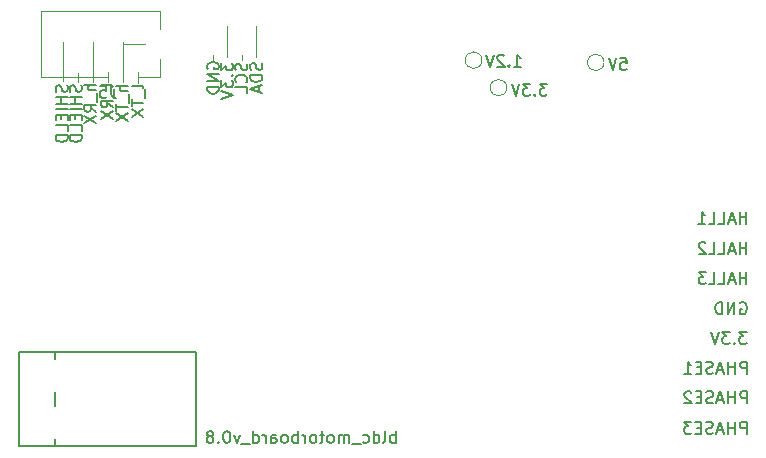
<source format=gbr>
G04 #@! TF.GenerationSoftware,KiCad,Pcbnew,5.1.5-52549c5~84~ubuntu18.04.1*
G04 #@! TF.CreationDate,2020-04-20T12:22:35+02:00*
G04 #@! TF.ProjectId,board,626f6172-642e-46b6-9963-61645f706362,rev?*
G04 #@! TF.SameCoordinates,Original*
G04 #@! TF.FileFunction,Legend,Bot*
G04 #@! TF.FilePolarity,Positive*
%FSLAX46Y46*%
G04 Gerber Fmt 4.6, Leading zero omitted, Abs format (unit mm)*
G04 Created by KiCad (PCBNEW 5.1.5-52549c5~84~ubuntu18.04.1) date 2020-04-20 12:22:35*
%MOMM*%
%LPD*%
G04 APERTURE LIST*
%ADD10C,0.150000*%
%ADD11C,0.120000*%
G04 APERTURE END LIST*
D10*
X98383961Y-108116138D02*
X98431580Y-108258995D01*
X98431580Y-108497090D01*
X98383961Y-108592328D01*
X98336342Y-108639947D01*
X98241104Y-108687566D01*
X98145866Y-108687566D01*
X98050628Y-108639947D01*
X98003009Y-108592328D01*
X97955390Y-108497090D01*
X97907771Y-108306614D01*
X97860152Y-108211376D01*
X97812533Y-108163757D01*
X97717295Y-108116138D01*
X97622057Y-108116138D01*
X97526819Y-108163757D01*
X97479200Y-108211376D01*
X97431580Y-108306614D01*
X97431580Y-108544709D01*
X97479200Y-108687566D01*
X98431580Y-109116138D02*
X97431580Y-109116138D01*
X97907771Y-109116138D02*
X97907771Y-109687566D01*
X98431580Y-109687566D02*
X97431580Y-109687566D01*
X98431580Y-110163757D02*
X97431580Y-110163757D01*
X97907771Y-110639947D02*
X97907771Y-110973280D01*
X98431580Y-111116138D02*
X98431580Y-110639947D01*
X97431580Y-110639947D01*
X97431580Y-111116138D01*
X98431580Y-112020900D02*
X98431580Y-111544709D01*
X97431580Y-111544709D01*
X98431580Y-112354233D02*
X97431580Y-112354233D01*
X97431580Y-112592328D01*
X97479200Y-112735185D01*
X97574438Y-112830423D01*
X97669676Y-112878042D01*
X97860152Y-112925661D01*
X98003009Y-112925661D01*
X98193485Y-112878042D01*
X98288723Y-112830423D01*
X98383961Y-112735185D01*
X98431580Y-112592328D01*
X98431580Y-112354233D01*
X154738347Y-137643280D02*
X154738347Y-136643280D01*
X154357395Y-136643280D01*
X154262157Y-136690900D01*
X154214538Y-136738519D01*
X154166919Y-136833757D01*
X154166919Y-136976614D01*
X154214538Y-137071852D01*
X154262157Y-137119471D01*
X154357395Y-137167090D01*
X154738347Y-137167090D01*
X153738347Y-137643280D02*
X153738347Y-136643280D01*
X153738347Y-137119471D02*
X153166919Y-137119471D01*
X153166919Y-137643280D02*
X153166919Y-136643280D01*
X152738347Y-137357566D02*
X152262157Y-137357566D01*
X152833585Y-137643280D02*
X152500252Y-136643280D01*
X152166919Y-137643280D01*
X151881204Y-137595661D02*
X151738347Y-137643280D01*
X151500252Y-137643280D01*
X151405014Y-137595661D01*
X151357395Y-137548042D01*
X151309776Y-137452804D01*
X151309776Y-137357566D01*
X151357395Y-137262328D01*
X151405014Y-137214709D01*
X151500252Y-137167090D01*
X151690728Y-137119471D01*
X151785966Y-137071852D01*
X151833585Y-137024233D01*
X151881204Y-136928995D01*
X151881204Y-136833757D01*
X151833585Y-136738519D01*
X151785966Y-136690900D01*
X151690728Y-136643280D01*
X151452633Y-136643280D01*
X151309776Y-136690900D01*
X150881204Y-137119471D02*
X150547871Y-137119471D01*
X150405014Y-137643280D02*
X150881204Y-137643280D01*
X150881204Y-136643280D01*
X150405014Y-136643280D01*
X150071680Y-136643280D02*
X149452633Y-136643280D01*
X149785966Y-137024233D01*
X149643109Y-137024233D01*
X149547871Y-137071852D01*
X149500252Y-137119471D01*
X149452633Y-137214709D01*
X149452633Y-137452804D01*
X149500252Y-137548042D01*
X149547871Y-137595661D01*
X149643109Y-137643280D01*
X149928823Y-137643280D01*
X150024061Y-137595661D01*
X150071680Y-137548042D01*
X154763747Y-135065180D02*
X154763747Y-134065180D01*
X154382795Y-134065180D01*
X154287557Y-134112800D01*
X154239938Y-134160419D01*
X154192319Y-134255657D01*
X154192319Y-134398514D01*
X154239938Y-134493752D01*
X154287557Y-134541371D01*
X154382795Y-134588990D01*
X154763747Y-134588990D01*
X153763747Y-135065180D02*
X153763747Y-134065180D01*
X153763747Y-134541371D02*
X153192319Y-134541371D01*
X153192319Y-135065180D02*
X153192319Y-134065180D01*
X152763747Y-134779466D02*
X152287557Y-134779466D01*
X152858985Y-135065180D02*
X152525652Y-134065180D01*
X152192319Y-135065180D01*
X151906604Y-135017561D02*
X151763747Y-135065180D01*
X151525652Y-135065180D01*
X151430414Y-135017561D01*
X151382795Y-134969942D01*
X151335176Y-134874704D01*
X151335176Y-134779466D01*
X151382795Y-134684228D01*
X151430414Y-134636609D01*
X151525652Y-134588990D01*
X151716128Y-134541371D01*
X151811366Y-134493752D01*
X151858985Y-134446133D01*
X151906604Y-134350895D01*
X151906604Y-134255657D01*
X151858985Y-134160419D01*
X151811366Y-134112800D01*
X151716128Y-134065180D01*
X151478033Y-134065180D01*
X151335176Y-134112800D01*
X150906604Y-134541371D02*
X150573271Y-134541371D01*
X150430414Y-135065180D02*
X150906604Y-135065180D01*
X150906604Y-134065180D01*
X150430414Y-134065180D01*
X150049461Y-134160419D02*
X150001842Y-134112800D01*
X149906604Y-134065180D01*
X149668509Y-134065180D01*
X149573271Y-134112800D01*
X149525652Y-134160419D01*
X149478033Y-134255657D01*
X149478033Y-134350895D01*
X149525652Y-134493752D01*
X150097080Y-135065180D01*
X149478033Y-135065180D01*
X154751047Y-132550580D02*
X154751047Y-131550580D01*
X154370095Y-131550580D01*
X154274857Y-131598200D01*
X154227238Y-131645819D01*
X154179619Y-131741057D01*
X154179619Y-131883914D01*
X154227238Y-131979152D01*
X154274857Y-132026771D01*
X154370095Y-132074390D01*
X154751047Y-132074390D01*
X153751047Y-132550580D02*
X153751047Y-131550580D01*
X153751047Y-132026771D02*
X153179619Y-132026771D01*
X153179619Y-132550580D02*
X153179619Y-131550580D01*
X152751047Y-132264866D02*
X152274857Y-132264866D01*
X152846285Y-132550580D02*
X152512952Y-131550580D01*
X152179619Y-132550580D01*
X151893904Y-132502961D02*
X151751047Y-132550580D01*
X151512952Y-132550580D01*
X151417714Y-132502961D01*
X151370095Y-132455342D01*
X151322476Y-132360104D01*
X151322476Y-132264866D01*
X151370095Y-132169628D01*
X151417714Y-132122009D01*
X151512952Y-132074390D01*
X151703428Y-132026771D01*
X151798666Y-131979152D01*
X151846285Y-131931533D01*
X151893904Y-131836295D01*
X151893904Y-131741057D01*
X151846285Y-131645819D01*
X151798666Y-131598200D01*
X151703428Y-131550580D01*
X151465333Y-131550580D01*
X151322476Y-131598200D01*
X150893904Y-132026771D02*
X150560571Y-132026771D01*
X150417714Y-132550580D02*
X150893904Y-132550580D01*
X150893904Y-131550580D01*
X150417714Y-131550580D01*
X149465333Y-132550580D02*
X150036761Y-132550580D01*
X149751047Y-132550580D02*
X149751047Y-131550580D01*
X149846285Y-131693438D01*
X149941523Y-131788676D01*
X150036761Y-131836295D01*
X154738490Y-129023280D02*
X154119442Y-129023280D01*
X154452776Y-129404233D01*
X154309919Y-129404233D01*
X154214680Y-129451852D01*
X154167061Y-129499471D01*
X154119442Y-129594709D01*
X154119442Y-129832804D01*
X154167061Y-129928042D01*
X154214680Y-129975661D01*
X154309919Y-130023280D01*
X154595633Y-130023280D01*
X154690871Y-129975661D01*
X154738490Y-129928042D01*
X153690871Y-129928042D02*
X153643252Y-129975661D01*
X153690871Y-130023280D01*
X153738490Y-129975661D01*
X153690871Y-129928042D01*
X153690871Y-130023280D01*
X153309919Y-129023280D02*
X152690871Y-129023280D01*
X153024204Y-129404233D01*
X152881347Y-129404233D01*
X152786109Y-129451852D01*
X152738490Y-129499471D01*
X152690871Y-129594709D01*
X152690871Y-129832804D01*
X152738490Y-129928042D01*
X152786109Y-129975661D01*
X152881347Y-130023280D01*
X153167061Y-130023280D01*
X153262300Y-129975661D01*
X153309919Y-129928042D01*
X152405157Y-129023280D02*
X152071823Y-130023280D01*
X151738490Y-129023280D01*
X154189304Y-126569000D02*
X154284542Y-126521380D01*
X154427400Y-126521380D01*
X154570257Y-126569000D01*
X154665495Y-126664238D01*
X154713114Y-126759476D01*
X154760733Y-126949952D01*
X154760733Y-127092809D01*
X154713114Y-127283285D01*
X154665495Y-127378523D01*
X154570257Y-127473761D01*
X154427400Y-127521380D01*
X154332161Y-127521380D01*
X154189304Y-127473761D01*
X154141685Y-127426142D01*
X154141685Y-127092809D01*
X154332161Y-127092809D01*
X153713114Y-127521380D02*
X153713114Y-126521380D01*
X153141685Y-127521380D01*
X153141685Y-126521380D01*
X152665495Y-127521380D02*
X152665495Y-126521380D01*
X152427400Y-126521380D01*
X152284542Y-126569000D01*
X152189304Y-126664238D01*
X152141685Y-126759476D01*
X152094066Y-126949952D01*
X152094066Y-127092809D01*
X152141685Y-127283285D01*
X152189304Y-127378523D01*
X152284542Y-127473761D01*
X152427400Y-127521380D01*
X152665495Y-127521380D01*
X154728900Y-124955980D02*
X154728900Y-123955980D01*
X154728900Y-124432171D02*
X154157471Y-124432171D01*
X154157471Y-124955980D02*
X154157471Y-123955980D01*
X153728900Y-124670266D02*
X153252709Y-124670266D01*
X153824138Y-124955980D02*
X153490804Y-123955980D01*
X153157471Y-124955980D01*
X152347947Y-124955980D02*
X152824138Y-124955980D01*
X152824138Y-123955980D01*
X151538423Y-124955980D02*
X152014614Y-124955980D01*
X152014614Y-123955980D01*
X151300328Y-123955980D02*
X150681280Y-123955980D01*
X151014614Y-124336933D01*
X150871757Y-124336933D01*
X150776519Y-124384552D01*
X150728900Y-124432171D01*
X150681280Y-124527409D01*
X150681280Y-124765504D01*
X150728900Y-124860742D01*
X150776519Y-124908361D01*
X150871757Y-124955980D01*
X151157471Y-124955980D01*
X151252709Y-124908361D01*
X151300328Y-124860742D01*
X154728900Y-122428680D02*
X154728900Y-121428680D01*
X154728900Y-121904871D02*
X154157471Y-121904871D01*
X154157471Y-122428680D02*
X154157471Y-121428680D01*
X153728900Y-122142966D02*
X153252709Y-122142966D01*
X153824138Y-122428680D02*
X153490804Y-121428680D01*
X153157471Y-122428680D01*
X152347947Y-122428680D02*
X152824138Y-122428680D01*
X152824138Y-121428680D01*
X151538423Y-122428680D02*
X152014614Y-122428680D01*
X152014614Y-121428680D01*
X151252709Y-121523919D02*
X151205090Y-121476300D01*
X151109852Y-121428680D01*
X150871757Y-121428680D01*
X150776519Y-121476300D01*
X150728900Y-121523919D01*
X150681280Y-121619157D01*
X150681280Y-121714395D01*
X150728900Y-121857252D01*
X151300328Y-122428680D01*
X150681280Y-122428680D01*
X154716200Y-119850580D02*
X154716200Y-118850580D01*
X154716200Y-119326771D02*
X154144771Y-119326771D01*
X154144771Y-119850580D02*
X154144771Y-118850580D01*
X153716200Y-119564866D02*
X153240009Y-119564866D01*
X153811438Y-119850580D02*
X153478104Y-118850580D01*
X153144771Y-119850580D01*
X152335247Y-119850580D02*
X152811438Y-119850580D01*
X152811438Y-118850580D01*
X151525723Y-119850580D02*
X152001914Y-119850580D01*
X152001914Y-118850580D01*
X150668580Y-119850580D02*
X151240009Y-119850580D01*
X150954295Y-119850580D02*
X150954295Y-118850580D01*
X151049533Y-118993438D01*
X151144771Y-119088676D01*
X151240009Y-119136295D01*
D11*
X103237000Y-107041100D02*
X103237000Y-107917400D01*
X101916200Y-104501100D02*
X101916200Y-107879300D01*
X100697000Y-107041100D02*
X100697000Y-107879300D01*
X99427000Y-104475700D02*
X99427000Y-107841200D01*
X98131600Y-107066500D02*
X98131600Y-107853900D01*
X96861600Y-104501100D02*
X96861600Y-107815800D01*
D10*
X97202861Y-108116138D02*
X97250480Y-108258995D01*
X97250480Y-108497090D01*
X97202861Y-108592328D01*
X97155242Y-108639947D01*
X97060004Y-108687566D01*
X96964766Y-108687566D01*
X96869528Y-108639947D01*
X96821909Y-108592328D01*
X96774290Y-108497090D01*
X96726671Y-108306614D01*
X96679052Y-108211376D01*
X96631433Y-108163757D01*
X96536195Y-108116138D01*
X96440957Y-108116138D01*
X96345719Y-108163757D01*
X96298100Y-108211376D01*
X96250480Y-108306614D01*
X96250480Y-108544709D01*
X96298100Y-108687566D01*
X97250480Y-109116138D02*
X96250480Y-109116138D01*
X96726671Y-109116138D02*
X96726671Y-109687566D01*
X97250480Y-109687566D02*
X96250480Y-109687566D01*
X97250480Y-110163757D02*
X96250480Y-110163757D01*
X96726671Y-110639947D02*
X96726671Y-110973280D01*
X97250480Y-111116138D02*
X97250480Y-110639947D01*
X96250480Y-110639947D01*
X96250480Y-111116138D01*
X97250480Y-112020900D02*
X97250480Y-111544709D01*
X96250480Y-111544709D01*
X97250480Y-112354233D02*
X96250480Y-112354233D01*
X96250480Y-112592328D01*
X96298100Y-112735185D01*
X96393338Y-112830423D01*
X96488576Y-112878042D01*
X96679052Y-112925661D01*
X96821909Y-112925661D01*
X97012385Y-112878042D01*
X97107623Y-112830423D01*
X97202861Y-112735185D01*
X97250480Y-112592328D01*
X97250480Y-112354233D01*
X103676680Y-108335052D02*
X103629061Y-108239814D01*
X103533823Y-108192195D01*
X102676680Y-108192195D01*
X103771919Y-108477909D02*
X103771919Y-109239814D01*
X102676680Y-109335052D02*
X102676680Y-109906480D01*
X103676680Y-109620766D02*
X102676680Y-109620766D01*
X102676680Y-110144576D02*
X103676680Y-110811242D01*
X102676680Y-110811242D02*
X103676680Y-110144576D01*
X102330480Y-108192219D02*
X101330480Y-108192219D01*
X102330480Y-108620790D02*
X101806671Y-108620790D01*
X101711433Y-108573171D01*
X101663814Y-108477933D01*
X101663814Y-108335076D01*
X101711433Y-108239838D01*
X101759052Y-108192219D01*
X102425719Y-108858885D02*
X102425719Y-109620790D01*
X101330480Y-109716028D02*
X101330480Y-110287457D01*
X102330480Y-110001742D02*
X101330480Y-110001742D01*
X101330480Y-110525552D02*
X102330480Y-111192219D01*
X101330480Y-111192219D02*
X102330480Y-110525552D01*
X101085880Y-108292204D02*
X101038261Y-108196966D01*
X100943023Y-108149347D01*
X100085880Y-108149347D01*
X101181119Y-108435061D02*
X101181119Y-109196966D01*
X101085880Y-110006490D02*
X100609690Y-109673157D01*
X101085880Y-109435061D02*
X100085880Y-109435061D01*
X100085880Y-109816014D01*
X100133500Y-109911252D01*
X100181119Y-109958871D01*
X100276357Y-110006490D01*
X100419214Y-110006490D01*
X100514452Y-109958871D01*
X100562071Y-109911252D01*
X100609690Y-109816014D01*
X100609690Y-109435061D01*
X100085880Y-110339823D02*
X101085880Y-111006490D01*
X100085880Y-111006490D02*
X101085880Y-110339823D01*
X99676180Y-108136671D02*
X98676180Y-108136671D01*
X99676180Y-108565242D02*
X99152371Y-108565242D01*
X99057133Y-108517623D01*
X99009514Y-108422385D01*
X99009514Y-108279528D01*
X99057133Y-108184290D01*
X99104752Y-108136671D01*
X99771419Y-108803338D02*
X99771419Y-109565242D01*
X99676180Y-110374766D02*
X99199990Y-110041433D01*
X99676180Y-109803338D02*
X98676180Y-109803338D01*
X98676180Y-110184290D01*
X98723800Y-110279528D01*
X98771419Y-110327147D01*
X98866657Y-110374766D01*
X99009514Y-110374766D01*
X99104752Y-110327147D01*
X99152371Y-110279528D01*
X99199990Y-110184290D01*
X99199990Y-109803338D01*
X98676180Y-110708100D02*
X99676180Y-111374766D01*
X98676180Y-111374766D02*
X99676180Y-110708100D01*
D11*
X109540000Y-106020000D02*
X109540000Y-105620000D01*
X110790000Y-105790000D02*
X110790000Y-103110000D01*
X111990000Y-106020000D02*
X111990000Y-105620000D01*
X113240000Y-105790000D02*
X113240000Y-103110000D01*
D10*
X113674761Y-106275714D02*
X113722380Y-106418571D01*
X113722380Y-106656666D01*
X113674761Y-106751904D01*
X113627142Y-106799523D01*
X113531904Y-106847142D01*
X113436666Y-106847142D01*
X113341428Y-106799523D01*
X113293809Y-106751904D01*
X113246190Y-106656666D01*
X113198571Y-106466190D01*
X113150952Y-106370952D01*
X113103333Y-106323333D01*
X113008095Y-106275714D01*
X112912857Y-106275714D01*
X112817619Y-106323333D01*
X112770000Y-106370952D01*
X112722380Y-106466190D01*
X112722380Y-106704285D01*
X112770000Y-106847142D01*
X113722380Y-107275714D02*
X112722380Y-107275714D01*
X112722380Y-107513809D01*
X112770000Y-107656666D01*
X112865238Y-107751904D01*
X112960476Y-107799523D01*
X113150952Y-107847142D01*
X113293809Y-107847142D01*
X113484285Y-107799523D01*
X113579523Y-107751904D01*
X113674761Y-107656666D01*
X113722380Y-107513809D01*
X113722380Y-107275714D01*
X113436666Y-108228095D02*
X113436666Y-108704285D01*
X113722380Y-108132857D02*
X112722380Y-108466190D01*
X113722380Y-108799523D01*
X112404761Y-106299523D02*
X112452380Y-106442380D01*
X112452380Y-106680476D01*
X112404761Y-106775714D01*
X112357142Y-106823333D01*
X112261904Y-106870952D01*
X112166666Y-106870952D01*
X112071428Y-106823333D01*
X112023809Y-106775714D01*
X111976190Y-106680476D01*
X111928571Y-106490000D01*
X111880952Y-106394761D01*
X111833333Y-106347142D01*
X111738095Y-106299523D01*
X111642857Y-106299523D01*
X111547619Y-106347142D01*
X111500000Y-106394761D01*
X111452380Y-106490000D01*
X111452380Y-106728095D01*
X111500000Y-106870952D01*
X112357142Y-107870952D02*
X112404761Y-107823333D01*
X112452380Y-107680476D01*
X112452380Y-107585238D01*
X112404761Y-107442380D01*
X112309523Y-107347142D01*
X112214285Y-107299523D01*
X112023809Y-107251904D01*
X111880952Y-107251904D01*
X111690476Y-107299523D01*
X111595238Y-107347142D01*
X111500000Y-107442380D01*
X111452380Y-107585238D01*
X111452380Y-107680476D01*
X111500000Y-107823333D01*
X111547619Y-107870952D01*
X112452380Y-108775714D02*
X112452380Y-108299523D01*
X111452380Y-108299523D01*
X110242380Y-106263809D02*
X110242380Y-106882857D01*
X110623333Y-106549523D01*
X110623333Y-106692380D01*
X110670952Y-106787619D01*
X110718571Y-106835238D01*
X110813809Y-106882857D01*
X111051904Y-106882857D01*
X111147142Y-106835238D01*
X111194761Y-106787619D01*
X111242380Y-106692380D01*
X111242380Y-106406666D01*
X111194761Y-106311428D01*
X111147142Y-106263809D01*
X111147142Y-107311428D02*
X111194761Y-107359047D01*
X111242380Y-107311428D01*
X111194761Y-107263809D01*
X111147142Y-107311428D01*
X111242380Y-107311428D01*
X110242380Y-107692380D02*
X110242380Y-108311428D01*
X110623333Y-107978095D01*
X110623333Y-108120952D01*
X110670952Y-108216190D01*
X110718571Y-108263809D01*
X110813809Y-108311428D01*
X111051904Y-108311428D01*
X111147142Y-108263809D01*
X111194761Y-108216190D01*
X111242380Y-108120952D01*
X111242380Y-107835238D01*
X111194761Y-107740000D01*
X111147142Y-107692380D01*
X110242380Y-108597142D02*
X111242380Y-108930476D01*
X110242380Y-109263809D01*
X109110000Y-106748095D02*
X109062380Y-106652857D01*
X109062380Y-106510000D01*
X109110000Y-106367142D01*
X109205238Y-106271904D01*
X109300476Y-106224285D01*
X109490952Y-106176666D01*
X109633809Y-106176666D01*
X109824285Y-106224285D01*
X109919523Y-106271904D01*
X110014761Y-106367142D01*
X110062380Y-106510000D01*
X110062380Y-106605238D01*
X110014761Y-106748095D01*
X109967142Y-106795714D01*
X109633809Y-106795714D01*
X109633809Y-106605238D01*
X110062380Y-107224285D02*
X109062380Y-107224285D01*
X110062380Y-107795714D01*
X109062380Y-107795714D01*
X110062380Y-108271904D02*
X109062380Y-108271904D01*
X109062380Y-108510000D01*
X109110000Y-108652857D01*
X109205238Y-108748095D01*
X109300476Y-108795714D01*
X109490952Y-108843333D01*
X109633809Y-108843333D01*
X109824285Y-108795714D01*
X109919523Y-108748095D01*
X110014761Y-108652857D01*
X110062380Y-108510000D01*
X110062380Y-108271904D01*
X135057142Y-106562380D02*
X135628571Y-106562380D01*
X135342857Y-106562380D02*
X135342857Y-105562380D01*
X135438095Y-105705238D01*
X135533333Y-105800476D01*
X135628571Y-105848095D01*
X134628571Y-106467142D02*
X134580952Y-106514761D01*
X134628571Y-106562380D01*
X134676190Y-106514761D01*
X134628571Y-106467142D01*
X134628571Y-106562380D01*
X134200000Y-105657619D02*
X134152380Y-105610000D01*
X134057142Y-105562380D01*
X133819047Y-105562380D01*
X133723809Y-105610000D01*
X133676190Y-105657619D01*
X133628571Y-105752857D01*
X133628571Y-105848095D01*
X133676190Y-105990952D01*
X134247619Y-106562380D01*
X133628571Y-106562380D01*
X133342857Y-105562380D02*
X133009523Y-106562380D01*
X132676190Y-105562380D01*
X137846190Y-108012380D02*
X137227142Y-108012380D01*
X137560476Y-108393333D01*
X137417619Y-108393333D01*
X137322380Y-108440952D01*
X137274761Y-108488571D01*
X137227142Y-108583809D01*
X137227142Y-108821904D01*
X137274761Y-108917142D01*
X137322380Y-108964761D01*
X137417619Y-109012380D01*
X137703333Y-109012380D01*
X137798571Y-108964761D01*
X137846190Y-108917142D01*
X136798571Y-108917142D02*
X136750952Y-108964761D01*
X136798571Y-109012380D01*
X136846190Y-108964761D01*
X136798571Y-108917142D01*
X136798571Y-109012380D01*
X136417619Y-108012380D02*
X135798571Y-108012380D01*
X136131904Y-108393333D01*
X135989047Y-108393333D01*
X135893809Y-108440952D01*
X135846190Y-108488571D01*
X135798571Y-108583809D01*
X135798571Y-108821904D01*
X135846190Y-108917142D01*
X135893809Y-108964761D01*
X135989047Y-109012380D01*
X136274761Y-109012380D01*
X136370000Y-108964761D01*
X136417619Y-108917142D01*
X135512857Y-108012380D02*
X135179523Y-109012380D01*
X134846190Y-108012380D01*
X144060476Y-105822380D02*
X144536666Y-105822380D01*
X144584285Y-106298571D01*
X144536666Y-106250952D01*
X144441428Y-106203333D01*
X144203333Y-106203333D01*
X144108095Y-106250952D01*
X144060476Y-106298571D01*
X144012857Y-106393809D01*
X144012857Y-106631904D01*
X144060476Y-106727142D01*
X144108095Y-106774761D01*
X144203333Y-106822380D01*
X144441428Y-106822380D01*
X144536666Y-106774761D01*
X144584285Y-106727142D01*
X143727142Y-105822380D02*
X143393809Y-106822380D01*
X143060476Y-105822380D01*
X125016190Y-138412380D02*
X125016190Y-137412380D01*
X125016190Y-137793333D02*
X124920952Y-137745714D01*
X124730476Y-137745714D01*
X124635238Y-137793333D01*
X124587619Y-137840952D01*
X124540000Y-137936190D01*
X124540000Y-138221904D01*
X124587619Y-138317142D01*
X124635238Y-138364761D01*
X124730476Y-138412380D01*
X124920952Y-138412380D01*
X125016190Y-138364761D01*
X123968571Y-138412380D02*
X124063809Y-138364761D01*
X124111428Y-138269523D01*
X124111428Y-137412380D01*
X123159047Y-138412380D02*
X123159047Y-137412380D01*
X123159047Y-138364761D02*
X123254285Y-138412380D01*
X123444761Y-138412380D01*
X123540000Y-138364761D01*
X123587619Y-138317142D01*
X123635238Y-138221904D01*
X123635238Y-137936190D01*
X123587619Y-137840952D01*
X123540000Y-137793333D01*
X123444761Y-137745714D01*
X123254285Y-137745714D01*
X123159047Y-137793333D01*
X122254285Y-138364761D02*
X122349523Y-138412380D01*
X122540000Y-138412380D01*
X122635238Y-138364761D01*
X122682857Y-138317142D01*
X122730476Y-138221904D01*
X122730476Y-137936190D01*
X122682857Y-137840952D01*
X122635238Y-137793333D01*
X122540000Y-137745714D01*
X122349523Y-137745714D01*
X122254285Y-137793333D01*
X122063809Y-138507619D02*
X121301904Y-138507619D01*
X121063809Y-138412380D02*
X121063809Y-137745714D01*
X121063809Y-137840952D02*
X121016190Y-137793333D01*
X120920952Y-137745714D01*
X120778095Y-137745714D01*
X120682857Y-137793333D01*
X120635238Y-137888571D01*
X120635238Y-138412380D01*
X120635238Y-137888571D02*
X120587619Y-137793333D01*
X120492380Y-137745714D01*
X120349523Y-137745714D01*
X120254285Y-137793333D01*
X120206666Y-137888571D01*
X120206666Y-138412380D01*
X119587619Y-138412380D02*
X119682857Y-138364761D01*
X119730476Y-138317142D01*
X119778095Y-138221904D01*
X119778095Y-137936190D01*
X119730476Y-137840952D01*
X119682857Y-137793333D01*
X119587619Y-137745714D01*
X119444761Y-137745714D01*
X119349523Y-137793333D01*
X119301904Y-137840952D01*
X119254285Y-137936190D01*
X119254285Y-138221904D01*
X119301904Y-138317142D01*
X119349523Y-138364761D01*
X119444761Y-138412380D01*
X119587619Y-138412380D01*
X118968571Y-137745714D02*
X118587619Y-137745714D01*
X118825714Y-137412380D02*
X118825714Y-138269523D01*
X118778095Y-138364761D01*
X118682857Y-138412380D01*
X118587619Y-138412380D01*
X118111428Y-138412380D02*
X118206666Y-138364761D01*
X118254285Y-138317142D01*
X118301904Y-138221904D01*
X118301904Y-137936190D01*
X118254285Y-137840952D01*
X118206666Y-137793333D01*
X118111428Y-137745714D01*
X117968571Y-137745714D01*
X117873333Y-137793333D01*
X117825714Y-137840952D01*
X117778095Y-137936190D01*
X117778095Y-138221904D01*
X117825714Y-138317142D01*
X117873333Y-138364761D01*
X117968571Y-138412380D01*
X118111428Y-138412380D01*
X117349523Y-138412380D02*
X117349523Y-137745714D01*
X117349523Y-137936190D02*
X117301904Y-137840952D01*
X117254285Y-137793333D01*
X117159047Y-137745714D01*
X117063809Y-137745714D01*
X116730476Y-138412380D02*
X116730476Y-137412380D01*
X116730476Y-137793333D02*
X116635238Y-137745714D01*
X116444761Y-137745714D01*
X116349523Y-137793333D01*
X116301904Y-137840952D01*
X116254285Y-137936190D01*
X116254285Y-138221904D01*
X116301904Y-138317142D01*
X116349523Y-138364761D01*
X116444761Y-138412380D01*
X116635238Y-138412380D01*
X116730476Y-138364761D01*
X115682857Y-138412380D02*
X115778095Y-138364761D01*
X115825714Y-138317142D01*
X115873333Y-138221904D01*
X115873333Y-137936190D01*
X115825714Y-137840952D01*
X115778095Y-137793333D01*
X115682857Y-137745714D01*
X115540000Y-137745714D01*
X115444761Y-137793333D01*
X115397142Y-137840952D01*
X115349523Y-137936190D01*
X115349523Y-138221904D01*
X115397142Y-138317142D01*
X115444761Y-138364761D01*
X115540000Y-138412380D01*
X115682857Y-138412380D01*
X114492380Y-138412380D02*
X114492380Y-137888571D01*
X114540000Y-137793333D01*
X114635238Y-137745714D01*
X114825714Y-137745714D01*
X114920952Y-137793333D01*
X114492380Y-138364761D02*
X114587619Y-138412380D01*
X114825714Y-138412380D01*
X114920952Y-138364761D01*
X114968571Y-138269523D01*
X114968571Y-138174285D01*
X114920952Y-138079047D01*
X114825714Y-138031428D01*
X114587619Y-138031428D01*
X114492380Y-137983809D01*
X114016190Y-138412380D02*
X114016190Y-137745714D01*
X114016190Y-137936190D02*
X113968571Y-137840952D01*
X113920952Y-137793333D01*
X113825714Y-137745714D01*
X113730476Y-137745714D01*
X112968571Y-138412380D02*
X112968571Y-137412380D01*
X112968571Y-138364761D02*
X113063809Y-138412380D01*
X113254285Y-138412380D01*
X113349523Y-138364761D01*
X113397142Y-138317142D01*
X113444761Y-138221904D01*
X113444761Y-137936190D01*
X113397142Y-137840952D01*
X113349523Y-137793333D01*
X113254285Y-137745714D01*
X113063809Y-137745714D01*
X112968571Y-137793333D01*
X112730476Y-138507619D02*
X111968571Y-138507619D01*
X111825714Y-137745714D02*
X111587619Y-138412380D01*
X111349523Y-137745714D01*
X110778095Y-137412380D02*
X110682857Y-137412380D01*
X110587619Y-137460000D01*
X110540000Y-137507619D01*
X110492380Y-137602857D01*
X110444761Y-137793333D01*
X110444761Y-138031428D01*
X110492380Y-138221904D01*
X110540000Y-138317142D01*
X110587619Y-138364761D01*
X110682857Y-138412380D01*
X110778095Y-138412380D01*
X110873333Y-138364761D01*
X110920952Y-138317142D01*
X110968571Y-138221904D01*
X111016190Y-138031428D01*
X111016190Y-137793333D01*
X110968571Y-137602857D01*
X110920952Y-137507619D01*
X110873333Y-137460000D01*
X110778095Y-137412380D01*
X110016190Y-138317142D02*
X109968571Y-138364761D01*
X110016190Y-138412380D01*
X110063809Y-138364761D01*
X110016190Y-138317142D01*
X110016190Y-138412380D01*
X109397142Y-137840952D02*
X109492380Y-137793333D01*
X109540000Y-137745714D01*
X109587619Y-137650476D01*
X109587619Y-137602857D01*
X109540000Y-137507619D01*
X109492380Y-137460000D01*
X109397142Y-137412380D01*
X109206666Y-137412380D01*
X109111428Y-137460000D01*
X109063809Y-137507619D01*
X109016190Y-137602857D01*
X109016190Y-137650476D01*
X109063809Y-137745714D01*
X109111428Y-137793333D01*
X109206666Y-137840952D01*
X109397142Y-137840952D01*
X109492380Y-137888571D01*
X109540000Y-137936190D01*
X109587619Y-138031428D01*
X109587619Y-138221904D01*
X109540000Y-138317142D01*
X109492380Y-138364761D01*
X109397142Y-138412380D01*
X109206666Y-138412380D01*
X109111428Y-138364761D01*
X109063809Y-138317142D01*
X109016190Y-138221904D01*
X109016190Y-138031428D01*
X109063809Y-137936190D01*
X109111428Y-137888571D01*
X109206666Y-137840952D01*
X108150000Y-138700000D02*
X93150000Y-138700000D01*
X108150000Y-130700000D02*
X108150000Y-138700000D01*
X93150000Y-130700000D02*
X108150000Y-130700000D01*
X93150000Y-138700000D02*
X93150000Y-130700000D01*
X96150000Y-130700000D02*
X96150000Y-131300000D01*
X96150000Y-134100000D02*
X96150000Y-135300000D01*
X96150000Y-138700000D02*
X96150000Y-138100000D01*
D11*
X142670000Y-106210000D02*
G75*
G03X142670000Y-106210000I-700000J0D01*
G01*
X134440000Y-108340000D02*
G75*
G03X134440000Y-108340000I-700000J0D01*
G01*
X132330000Y-106020000D02*
G75*
G03X132330000Y-106020000I-700000J0D01*
G01*
X100680000Y-107450000D02*
X94995000Y-107450000D01*
X94995000Y-107450000D02*
X94995000Y-101850000D01*
X105095000Y-101850000D02*
X94995000Y-101850000D01*
X105095000Y-103380000D02*
X105095000Y-101850000D01*
X103820000Y-104650000D02*
X101950000Y-104650000D01*
X101950000Y-104650000D02*
X101950000Y-106520000D01*
X103220000Y-107450000D02*
X105095000Y-107450000D01*
X105095000Y-107450000D02*
X105095000Y-105920000D01*
D10*
X100965833Y-108192880D02*
X100965833Y-108907166D01*
X101013452Y-109050023D01*
X101108690Y-109145261D01*
X101251547Y-109192880D01*
X101346785Y-109192880D01*
X100013452Y-108192880D02*
X100489642Y-108192880D01*
X100537261Y-108669071D01*
X100489642Y-108621452D01*
X100394404Y-108573833D01*
X100156309Y-108573833D01*
X100061071Y-108621452D01*
X100013452Y-108669071D01*
X99965833Y-108764309D01*
X99965833Y-109002404D01*
X100013452Y-109097642D01*
X100061071Y-109145261D01*
X100156309Y-109192880D01*
X100394404Y-109192880D01*
X100489642Y-109145261D01*
X100537261Y-109097642D01*
M02*

</source>
